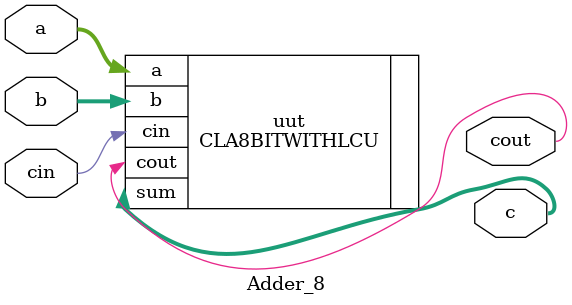
<source format=v>
`timescale 1ns / 1ps

module Adder_8(
		input [7:0] a,
		input [7:0] b,
		input cin,
		output [7:0] c,
		output cout
    );
	
	CLA8BITWITHLCU uut (
		.a(a), 
		.b(b), 
		.cin(cin), 
		.sum(c), 
		.cout(cout)
	);

endmodule

</source>
